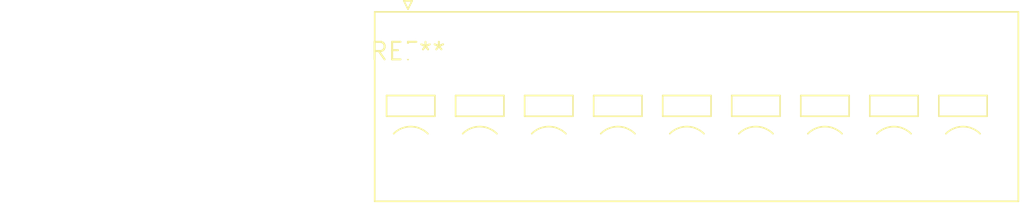
<source format=kicad_pcb>
(kicad_pcb (version 20240108) (generator pcbnew)
  (layers (0 "F.Cu" signal) (31 "B.Cu" signal) (34 "B.Paste" user) (35 "F.Paste" user) (36 "B.SilkS" user "B.Silkscreen") (37 "F.SilkS" user "F.Silkscreen") (38 "B.Mask" user) (39 "F.Mask" user) (44 "Edge.Cuts" user))
  (net 0 "")
  (footprint "PhoenixContact_SPT_2.5_9-V-5.0-EX_1x09_P5.0mm_Vertical" (layer "F.Cu") (at 0 0)
    (property "Reference" "REF**")
    (property "Value" "PhoenixContact_SPT_2.5_9-V-5.0-EX_1x09_P5.0mm_Vertical")
    (fp_line (start -2.41 -2.86) (end 44.21 -2.86) (layer "F.SilkS") (stroke (width 0.12)))
    (fp_line (start -2.41 10.86) (end -2.41 -2.86) (layer "F.SilkS") (stroke (width 0.12)))
    (fp_line (start -1.55 3.2) (end -1.55 4.7) (layer "F.SilkS") (stroke (width 0.12)))
    (fp_line (start -1.55 4.7) (end 1.95 4.7) (layer "F.SilkS") (stroke (width 0.12)))
    (fp_line (start -0.3 -3.66) (end 0 -3.06) (layer "F.SilkS") (stroke (width 0.12)))
    (fp_line (start -0.3 -3.66) (end 0.3 -3.66) (layer "F.SilkS") (stroke (width 0.12)))
    (fp_line (start 0.3 -3.66) (end 0 -3.06) (layer "F.SilkS") (stroke (width 0.12)))
    (fp_line (start 1.95 3.2) (end -1.55 3.2) (layer "F.SilkS") (stroke (width 0.12)))
    (fp_line (start 1.95 4.7) (end 1.95 3.2) (layer "F.SilkS") (stroke (width 0.12)))
    (fp_line (start 3.45 3.2) (end 3.45 4.7) (layer "F.SilkS") (stroke (width 0.12)))
    (fp_line (start 3.45 4.7) (end 6.95 4.7) (layer "F.SilkS") (stroke (width 0.12)))
    (fp_line (start 6.95 3.2) (end 3.45 3.2) (layer "F.SilkS") (stroke (width 0.12)))
    (fp_line (start 6.95 4.7) (end 6.95 3.2) (layer "F.SilkS") (stroke (width 0.12)))
    (fp_line (start 8.45 3.2) (end 8.45 4.7) (layer "F.SilkS") (stroke (width 0.12)))
    (fp_line (start 8.45 4.7) (end 11.95 4.7) (layer "F.SilkS") (stroke (width 0.12)))
    (fp_line (start 11.95 3.2) (end 8.45 3.2) (layer "F.SilkS") (stroke (width 0.12)))
    (fp_line (start 11.95 4.7) (end 11.95 3.2) (layer "F.SilkS") (stroke (width 0.12)))
    (fp_line (start 13.45 3.2) (end 13.45 4.7) (layer "F.SilkS") (stroke (width 0.12)))
    (fp_line (start 13.45 4.7) (end 16.95 4.7) (layer "F.SilkS") (stroke (width 0.12)))
    (fp_line (start 16.95 3.2) (end 13.45 3.2) (layer "F.SilkS") (stroke (width 0.12)))
    (fp_line (start 16.95 4.7) (end 16.95 3.2) (layer "F.SilkS") (stroke (width 0.12)))
    (fp_line (start 18.45 3.2) (end 18.45 4.7) (layer "F.SilkS") (stroke (width 0.12)))
    (fp_line (start 18.45 4.7) (end 21.95 4.7) (layer "F.SilkS") (stroke (width 0.12)))
    (fp_line (start 21.95 3.2) (end 18.45 3.2) (layer "F.SilkS") (stroke (width 0.12)))
    (fp_line (start 21.95 4.7) (end 21.95 3.2) (layer "F.SilkS") (stroke (width 0.12)))
    (fp_line (start 23.45 3.2) (end 23.45 4.7) (layer "F.SilkS") (stroke (width 0.12)))
    (fp_line (start 23.45 4.7) (end 26.95 4.7) (layer "F.SilkS") (stroke (width 0.12)))
    (fp_line (start 26.95 3.2) (end 23.45 3.2) (layer "F.SilkS") (stroke (width 0.12)))
    (fp_line (start 26.95 4.7) (end 26.95 3.2) (layer "F.SilkS") (stroke (width 0.12)))
    (fp_line (start 28.45 3.2) (end 28.45 4.7) (layer "F.SilkS") (stroke (width 0.12)))
    (fp_line (start 28.45 4.7) (end 31.95 4.7) (layer "F.SilkS") (stroke (width 0.12)))
    (fp_line (start 31.95 3.2) (end 28.45 3.2) (layer "F.SilkS") (stroke (width 0.12)))
    (fp_line (start 31.95 4.7) (end 31.95 3.2) (layer "F.SilkS") (stroke (width 0.12)))
    (fp_line (start 33.45 3.2) (end 33.45 4.7) (layer "F.SilkS") (stroke (width 0.12)))
    (fp_line (start 33.45 4.7) (end 36.95 4.7) (layer "F.SilkS") (stroke (width 0.12)))
    (fp_line (start 36.95 3.2) (end 33.45 3.2) (layer "F.SilkS") (stroke (width 0.12)))
    (fp_line (start 36.95 4.7) (end 36.95 3.2) (layer "F.SilkS") (stroke (width 0.12)))
    (fp_line (start 38.45 3.2) (end 38.45 4.7) (layer "F.SilkS") (stroke (width 0.12)))
    (fp_line (start 38.45 4.7) (end 41.95 4.7) (layer "F.SilkS") (stroke (width 0.12)))
    (fp_line (start 41.95 3.2) (end 38.45 3.2) (layer "F.SilkS") (stroke (width 0.12)))
    (fp_line (start 41.95 4.7) (end 41.95 3.2) (layer "F.SilkS") (stroke (width 0.12)))
    (fp_line (start 44.21 -2.86) (end 44.21 10.86) (layer "F.SilkS") (stroke (width 0.12)))
    (fp_line (start 44.21 10.86) (end -2.41 10.86) (layer "F.SilkS") (stroke (width 0.12)))
    (fp_arc (start -1.037437 5.962563) (mid 0.2 5.45) (end 1.437437 5.962563) (layer "F.SilkS") (stroke (width 0.12)))
    (fp_arc (start 3.962563 5.962563) (mid 5.2 5.45) (end 6.437437 5.962563) (layer "F.SilkS") (stroke (width 0.12)))
    (fp_arc (start 8.962563 5.962563) (mid 10.2 5.45) (end 11.437437 5.962563) (layer "F.SilkS") (stroke (width 0.12)))
    (fp_arc (start 13.962563 5.962563) (mid 15.2 5.45) (end 16.437437 5.962563) (layer "F.SilkS") (stroke (width 0.12)))
    (fp_arc (start 18.962563 5.962563) (mid 20.2 5.45) (end 21.437437 5.962563) (layer "F.SilkS") (stroke (width 0.12)))
    (fp_arc (start 23.962563 5.962563) (mid 25.2 5.45) (end 26.437437 5.962563) (layer "F.SilkS") (stroke (width 0.12)))
    (fp_arc (start 28.962563 5.962563) (mid 30.2 5.45) (end 31.437437 5.962563) (layer "F.SilkS") (stroke (width 0.12)))
    (fp_arc (start 33.962563 5.962563) (mid 35.2 5.45) (end 36.437437 5.962563) (layer "F.SilkS") (stroke (width 0.12)))
    (fp_arc (start 38.962563 5.962563) (mid 40.2 5.45) (end 41.437437 5.962563) (layer "F.SilkS") (stroke (width 0.12)))
    (pad "1" thru_hole roundrect (at 0 0) (size 1.8 3.3) (drill 1.1) (layers *.Cu *.Mask) (remove_unused_layers) (roundrect_rratio 0.138889))
    (pad "1" thru_hole roundrect (at 0 8.2) (size 1.8 3.3) (drill 1.1) (layers *.Cu *.Mask) (remove_unused_layers) (roundrect_rratio 0.138889))
    (pad "2" thru_hole oval (at 5 0) (size 1.8 3.3) (drill 1.1) (layers *.Cu *.Mask) (remove_unused_layers))
    (pad "2" thru_hole oval (at 5 8.2) (size 1.8 3.3) (drill 1.1) (layers *.Cu *.Mask) (remove_unused_layers))
    (pad "3" thru_hole oval (at 10 0) (size 1.8 3.3) (drill 1.1) (layers *.Cu *.Mask) (remove_unused_layers))
    (pad "3" thru_hole oval (at 10 8.2) (size 1.8 3.3) (drill 1.1) (layers *.Cu *.Mask) (remove_unused_layers))
    (pad "4" thru_hole oval (at 15 0) (size 1.8 3.3) (drill 1.1) (layers *.Cu *.Mask) (remove_unused_layers))
    (pad "4" thru_hole oval (at 15 8.2) (size 1.8 3.3) (drill 1.1) (layers *.Cu *.Mask) (remove_unused_layers))
    (pad "5" thru_hole oval (at 20 0) (size 1.8 3.3) (drill 1.1) (layers *.Cu *.Mask) (remove_unused_layers))
    (pad "5" thru_hole oval (at 20 8.2) (size 1.8 3.3) (drill 1.1) (layers *.Cu *.Mask) (remove_unused_layers))
    (pad "6" thru_hole oval (at 25 0) (size 1.8 3.3) (drill 1.1) (layers *.Cu *.Mask) (remove_unused_layers))
    (pad "6" thru_hole oval (at 25 8.2) (size 1.8 3.3) (drill 1.1) (layers *.Cu *.Mask) (remove_unused_layers))
    (pad "7" thru_hole oval (at 30 0) (size 1.8 3.3) (drill 1.1) (layers *.Cu *.Mask) (remove_unused_layers))
    (pad "7" thru_hole oval (at 30 8.2) (size 1.8 3.3) (drill 1.1) (layers *.Cu *.Mask) (remove_unused_layers))
    (pad "8" thru_hole oval (at 35 0) (size 1.8 3.3) (drill 1.1) (layers *.Cu *.Mask) (remove_unused_layers))
    (pad "8" thru_hole oval (at 35 8.2) (size 1.8 3.3) (drill 1.1) (layers *.Cu *.Mask) (remove_unused_layers))
    (pad "9" thru_hole oval (at 40 0) (size 1.8 3.3) (drill 1.1) (layers *.Cu *.Mask) (remove_unused_layers))
    (pad "9" thru_hole oval (at 40 8.2) (size 1.8 3.3) (drill 1.1) (layers *.Cu *.Mask) (remove_unused_layers))
  )
)
</source>
